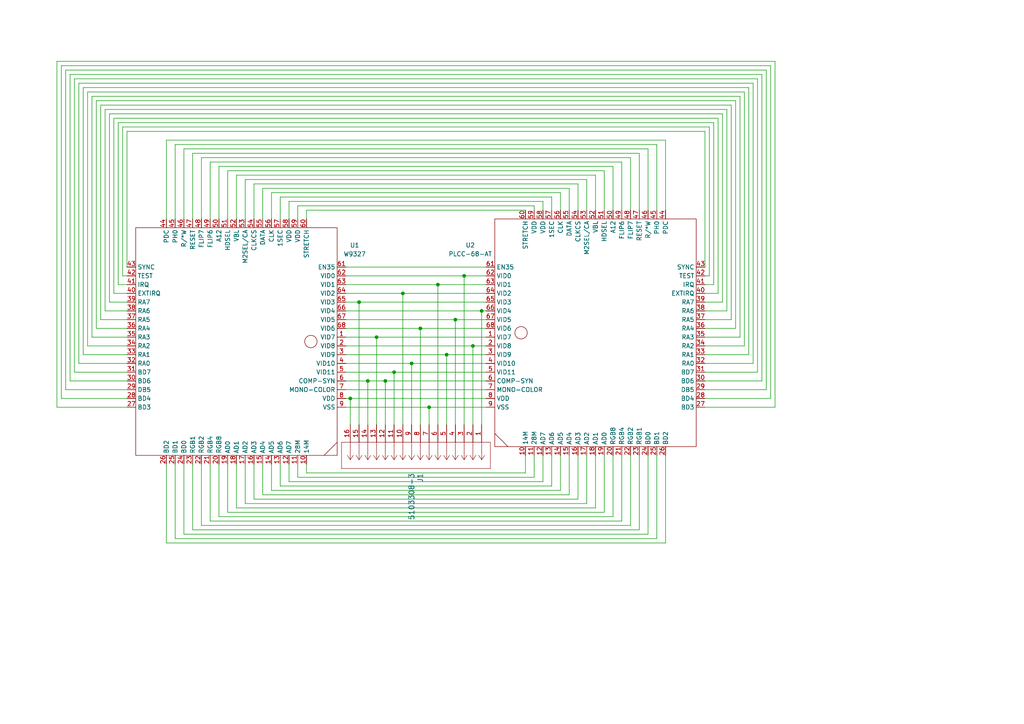
<source format=kicad_sch>
(kicad_sch (version 20231120) (generator "eeschema") (generator_version "8.0")
  (paper "A4")
  (lib_symbols
    (symbol "IIgsSymbols:5103308-3" (pin_names (offset 0.254))
      (property "Reference" "J" (at 8.89 6.35 0))
      (property "Value" "5103308-3" (at 0 0 0))
      (symbol "5103308-3_0_1"
        (polyline (pts (xy 5.08 -40.64) (xy 12.7 -40.64)) (stroke (width 0.127)))
        (polyline (pts (xy 5.08 2.54) (xy 5.08 -40.64)) (stroke (width 0.127)))
        (polyline (pts (xy 10.16 -38.1) (xy 5.08 -38.1)) (stroke (width 0.127)))
        (polyline (pts (xy 10.16 -38.1) (xy 8.89 -38.9467)) (stroke (width 0.127)))
        (polyline (pts (xy 10.16 -38.1) (xy 8.89 -37.2533)) (stroke (width 0.127)))
        (polyline (pts (xy 10.16 -35.56) (xy 5.08 -35.56)) (stroke (width 0.127)))
        (polyline (pts (xy 10.16 -35.56) (xy 8.89 -36.4067)) (stroke (width 0.127)))
        (polyline (pts (xy 10.16 -35.56) (xy 8.89 -34.7133)) (stroke (width 0.127)))
        (polyline (pts (xy 10.16 -33.02) (xy 5.08 -33.02)) (stroke (width 0.127)))
        (polyline (pts (xy 10.16 -33.02) (xy 8.89 -33.8667)) (stroke (width 0.127)))
        (polyline (pts (xy 10.16 -33.02) (xy 8.89 -32.1733)) (stroke (width 0.127)))
        (polyline (pts (xy 10.16 -30.48) (xy 5.08 -30.48)) (stroke (width 0.127)))
        (polyline (pts (xy 10.16 -30.48) (xy 8.89 -31.3267)) (stroke (width 0.127)))
        (polyline (pts (xy 10.16 -30.48) (xy 8.89 -29.6333)) (stroke (width 0.127)))
        (polyline (pts (xy 10.16 -27.94) (xy 5.08 -27.94)) (stroke (width 0.127)))
        (polyline (pts (xy 10.16 -27.94) (xy 8.89 -28.7867)) (stroke (width 0.127)))
        (polyline (pts (xy 10.16 -27.94) (xy 8.89 -27.0933)) (stroke (width 0.127)))
        (polyline (pts (xy 10.16 -25.4) (xy 5.08 -25.4)) (stroke (width 0.127)))
        (polyline (pts (xy 10.16 -25.4) (xy 8.89 -26.2467)) (stroke (width 0.127)))
        (polyline (pts (xy 10.16 -25.4) (xy 8.89 -24.5533)) (stroke (width 0.127)))
        (polyline (pts (xy 10.16 -22.86) (xy 5.08 -22.86)) (stroke (width 0.127)))
        (polyline (pts (xy 10.16 -22.86) (xy 8.89 -23.7067)) (stroke (width 0.127)))
        (polyline (pts (xy 10.16 -22.86) (xy 8.89 -22.0133)) (stroke (width 0.127)))
        (polyline (pts (xy 10.16 -20.32) (xy 5.08 -20.32)) (stroke (width 0.127)))
        (polyline (pts (xy 10.16 -20.32) (xy 8.89 -21.1667)) (stroke (width 0.127)))
        (polyline (pts (xy 10.16 -20.32) (xy 8.89 -19.4733)) (stroke (width 0.127)))
        (polyline (pts (xy 10.16 -17.78) (xy 5.08 -17.78)) (stroke (width 0.127)))
        (polyline (pts (xy 10.16 -17.78) (xy 8.89 -18.6267)) (stroke (width 0.127)))
        (polyline (pts (xy 10.16 -17.78) (xy 8.89 -16.9333)) (stroke (width 0.127)))
        (polyline (pts (xy 10.16 -15.24) (xy 5.08 -15.24)) (stroke (width 0.127)))
        (polyline (pts (xy 10.16 -15.24) (xy 8.89 -16.0867)) (stroke (width 0.127)))
        (polyline (pts (xy 10.16 -15.24) (xy 8.89 -14.3933)) (stroke (width 0.127)))
        (polyline (pts (xy 10.16 -12.7) (xy 5.08 -12.7)) (stroke (width 0.127)))
        (polyline (pts (xy 10.16 -12.7) (xy 8.89 -13.5467)) (stroke (width 0.127)))
        (polyline (pts (xy 10.16 -12.7) (xy 8.89 -11.8533)) (stroke (width 0.127)))
        (polyline (pts (xy 10.16 -10.16) (xy 5.08 -10.16)) (stroke (width 0.127)))
        (polyline (pts (xy 10.16 -10.16) (xy 8.89 -11.0067)) (stroke (width 0.127)))
        (polyline (pts (xy 10.16 -10.16) (xy 8.89 -9.3133)) (stroke (width 0.127)))
        (polyline (pts (xy 10.16 -7.62) (xy 5.08 -7.62)) (stroke (width 0.127)))
        (polyline (pts (xy 10.16 -7.62) (xy 8.89 -8.4667)) (stroke (width 0.127)))
        (polyline (pts (xy 10.16 -7.62) (xy 8.89 -6.7733)) (stroke (width 0.127)))
        (polyline (pts (xy 10.16 -5.08) (xy 5.08 -5.08)) (stroke (width 0.127)))
        (polyline (pts (xy 10.16 -5.08) (xy 8.89 -5.9267)) (stroke (width 0.127)))
        (polyline (pts (xy 10.16 -5.08) (xy 8.89 -4.2333)) (stroke (width 0.127)))
        (polyline (pts (xy 10.16 -2.54) (xy 5.08 -2.54)) (stroke (width 0.127)))
        (polyline (pts (xy 10.16 -2.54) (xy 8.89 -3.3867)) (stroke (width 0.127)))
        (polyline (pts (xy 10.16 -2.54) (xy 8.89 -1.6933)) (stroke (width 0.127)))
        (polyline (pts (xy 10.16 0) (xy 5.08 0)) (stroke (width 0.127)))
        (polyline (pts (xy 10.16 0) (xy 8.89 -0.8467)) (stroke (width 0.127)))
        (polyline (pts (xy 10.16 0) (xy 8.89 0.8467)) (stroke (width 0.127)))
        (polyline (pts (xy 12.7 -40.64) (xy 12.7 2.54)) (stroke (width 0.127)))
        (polyline (pts (xy 12.7 2.54) (xy 5.08 2.54)) (stroke (width 0.127)))
        (pin unspecified line (at 0 0 0) (length 5.08) (name "") (number "1"))
        (pin unspecified line (at 0 -22.86 0) (length 5.08) (name "") (number "10"))
        (pin unspecified line (at 0 -25.4 0) (length 5.08) (name "") (number "11"))
        (pin unspecified line (at 0 -27.94 0) (length 5.08) (name "") (number "12"))
        (pin unspecified line (at 0 -30.48 0) (length 5.08) (name "") (number "13"))
        (pin unspecified line (at 0 -33.02 0) (length 5.08) (name "") (number "14"))
        (pin unspecified line (at 0 -35.56 0) (length 5.08) (name "") (number "15"))
        (pin unspecified line (at 0 -38.1 0) (length 5.08) (name "") (number "16"))
        (pin unspecified line (at 0 -2.54 0) (length 5.08) (name "") (number "2"))
        (pin unspecified line (at 0 -5.08 0) (length 5.08) (name "") (number "3"))
        (pin unspecified line (at 0 -7.62 0) (length 5.08) (name "") (number "4"))
        (pin unspecified line (at 0 -10.16 0) (length 5.08) (name "") (number "5"))
        (pin unspecified line (at 0 -12.7 0) (length 5.08) (name "") (number "6"))
        (pin unspecified line (at 0 -15.24 0) (length 5.08) (name "") (number "7"))
        (pin unspecified line (at 0 -17.78 0) (length 5.08) (name "") (number "8"))
        (pin unspecified line (at 0 -20.32 0) (length 5.08) (name "") (number "9"))
      )
    )
    (symbol "IIgsSymbols:PLCC-86-AT"
      (property "Reference" "U" (at -2.286 -38.1 0))
      (property "Value" "PLCC-68-AT" (at 0 -34.036 0))
      (symbol "PLCC-86-AT_0_1"
        (rectangle (start -33.02 -5.08) (end 33.02 -63.5))
        (circle (center 0 -12.7) (radius 1.7961))
        (polyline (pts (xy -33.02 -8.89) (xy -29.21 -5.08)))
      )
      (symbol "PLCC-86-AT_1_1"
        (pin output line (at -1.27 -2.54 270) (length 2.54) (name "VID7") (number "1"))
        (pin output line (at -35.56 -13.97 0) (length 2.54) (name "14M") (number "10"))
        (pin output line (at -35.56 -16.51 0) (length 2.54) (name "28M") (number "11"))
        (pin output line (at -35.56 -19.05 0) (length 2.54) (name "AD7") (number "12"))
        (pin output line (at -35.56 -21.59 0) (length 2.54) (name "AD6") (number "13"))
        (pin output line (at -35.56 -24.13 0) (length 2.54) (name "AD5") (number "14"))
        (pin output line (at -35.56 -26.67 0) (length 2.54) (name "AD4") (number "15"))
        (pin output line (at -35.56 -29.21 0) (length 2.54) (name "AD3") (number "16"))
        (pin output line (at -35.56 -31.75 0) (length 2.54) (name "AD2") (number "17"))
        (pin output line (at -35.56 -34.29 0) (length 2.54) (name "AD1") (number "18"))
        (pin output line (at -35.56 -36.83 0) (length 2.54) (name "AD0") (number "19"))
        (pin output line (at -3.81 -2.54 270) (length 2.54) (name "VID8") (number "2"))
        (pin output line (at -35.56 -39.37 0) (length 2.54) (name "RGB8") (number "20"))
        (pin output line (at -35.56 -41.91 0) (length 2.54) (name "RGB4") (number "21"))
        (pin output line (at -35.56 -44.45 0) (length 2.54) (name "RGB2") (number "22"))
        (pin output line (at -35.56 -46.99 0) (length 2.54) (name "RGB1") (number "23"))
        (pin output line (at -35.56 -49.53 0) (length 2.54) (name "BD0") (number "24"))
        (pin output line (at -35.56 -52.07 0) (length 2.54) (name "BD1") (number "25"))
        (pin output line (at -35.56 -54.61 0) (length 2.54) (name "BD2") (number "26"))
        (pin output line (at -21.59 -66.04 90) (length 2.54) (name "BD3") (number "27"))
        (pin output line (at -19.05 -66.04 90) (length 2.54) (name "BD4") (number "28"))
        (pin output line (at -16.51 -66.04 90) (length 2.54) (name "DB5") (number "29"))
        (pin output line (at -6.35 -2.54 270) (length 2.54) (name "VID9") (number "3"))
        (pin output line (at -13.97 -66.04 90) (length 2.54) (name "BD6") (number "30"))
        (pin output line (at -11.43 -66.04 90) (length 2.54) (name "BD7") (number "31"))
        (pin output line (at -8.89 -66.04 90) (length 2.54) (name "RA0") (number "32"))
        (pin output line (at -6.35 -66.04 90) (length 2.54) (name "RA1") (number "33"))
        (pin output line (at -3.81 -66.04 90) (length 2.54) (name "RA2") (number "34"))
        (pin output line (at -1.27 -66.04 90) (length 2.54) (name "RA3") (number "35"))
        (pin output line (at 1.27 -66.04 90) (length 2.54) (name "RA4") (number "36"))
        (pin output line (at 3.81 -66.04 90) (length 2.54) (name "RA5") (number "37"))
        (pin output line (at 6.35 -66.04 90) (length 2.54) (name "RA6") (number "38"))
        (pin output line (at 8.89 -66.04 90) (length 2.54) (name "RA7") (number "39"))
        (pin output line (at -8.89 -2.54 270) (length 2.54) (name "VID10") (number "4"))
        (pin output line (at 11.43 -66.04 90) (length 2.54) (name "EXTIRQ") (number "40"))
        (pin output line (at 13.97 -66.04 90) (length 2.54) (name "IRQ") (number "41"))
        (pin output line (at 16.51 -66.04 90) (length 2.54) (name "TEST") (number "42"))
        (pin output line (at 19.05 -66.04 90) (length 2.54) (name "SYNC") (number "43"))
        (pin output line (at 35.56 -54.61 180) (length 2.54) (name "PDC") (number "44"))
        (pin output line (at 35.56 -52.07 180) (length 2.54) (name "PH0") (number "45"))
        (pin output line (at 35.56 -49.53 180) (length 2.54) (name "R/*W") (number "46"))
        (pin output line (at 35.56 -46.99 180) (length 2.54) (name "RESET") (number "47"))
        (pin output line (at 35.56 -44.45 180) (length 2.54) (name "FLIP7") (number "48"))
        (pin output line (at 35.56 -41.91 180) (length 2.54) (name "FLIP6") (number "49"))
        (pin output line (at -11.43 -2.54 270) (length 2.54) (name "VID11") (number "5"))
        (pin output line (at 35.56 -39.37 180) (length 2.54) (name "A12") (number "50"))
        (pin output line (at 35.56 -36.83 180) (length 2.54) (name "HDSEL") (number "51"))
        (pin output line (at 35.56 -34.29 180) (length 2.54) (name "VBL") (number "52"))
        (pin output line (at 35.56 -31.75 180) (length 2.54) (name "M2SEL/CA") (number "53"))
        (pin output line (at 35.56 -29.21 180) (length 2.54) (name "CLKCS") (number "54"))
        (pin output line (at 35.56 -26.67 180) (length 2.54) (name "DATA") (number "55"))
        (pin output line (at 35.56 -24.13 180) (length 2.54) (name "CLK") (number "56"))
        (pin output line (at 35.56 -21.59 180) (length 2.54) (name "1SEC") (number "57"))
        (pin output line (at 35.56 -19.05 180) (length 2.54) (name "VDD") (number "58"))
        (pin output line (at 35.56 -16.51 180) (length 2.54) (name "VDD") (number "59"))
        (pin output line (at -13.97 -2.54 270) (length 2.54) (name "COMP-SYN") (number "6"))
        (pin output line (at 35.56 -13.97 180) (length 2.54) (name "STRETCH") (number "60"))
        (pin output line (at 19.05 -2.54 270) (length 2.54) (name "EN35") (number "61"))
        (pin output line (at 16.51 -2.54 270) (length 2.54) (name "VID0") (number "62"))
        (pin output line (at 13.97 -2.54 270) (length 2.54) (name "VID1") (number "63"))
        (pin output line (at 11.43 -2.54 270) (length 2.54) (name "VID2") (number "64"))
        (pin output line (at 8.89 -2.54 270) (length 2.54) (name "VID3") (number "65"))
        (pin output line (at 6.35 -2.54 270) (length 2.54) (name "VID4") (number "66"))
        (pin output line (at 3.81 -2.54 270) (length 2.54) (name "VID5") (number "67"))
        (pin output line (at 1.27 -2.54 270) (length 2.54) (name "VID6") (number "68"))
        (pin output line (at -16.51 -2.54 270) (length 2.54) (name "MONO-COLOR") (number "7"))
        (pin power_in line (at -19.05 -2.54 270) (length 2.54) (name "VDD") (number "8"))
        (pin power_in line (at -21.59 -2.54 270) (length 2.54) (name "VSS") (number "9"))
      )
    )
    (symbol "IIgsSymbols:Winslow_W9327_68_Pin_Large_Footprint_PLCC_Plug"
      (property "Reference" "U" (at 2.286 -38.1 0))
      (property "Value" "W9327" (at 0 -34.036 0))
      (symbol "Winslow_W9327_68_Pin_Large_Footprint_PLCC_Plug_0_1"
        (rectangle (start -33.02 -63.5) (end 33.02 -5.08))
        (circle (center 0 -12.7) (radius 1.7961))
        (polyline (pts (xy 33.02 -8.89) (xy 29.21 -5.08)))
      )
      (symbol "Winslow_W9327_68_Pin_Large_Footprint_PLCC_Plug_1_1"
        (pin output line (at -1.27 -2.54 270) (length 2.54) (name "VID7") (number "1"))
        (pin output line (at 35.56 -13.97 180) (length 2.54) (name "14M") (number "10"))
        (pin output line (at 35.56 -16.51 180) (length 2.54) (name "28M") (number "11"))
        (pin output line (at 35.56 -19.05 180) (length 2.54) (name "AD7") (number "12"))
        (pin output line (at 35.56 -21.59 180) (length 2.54) (name "AD6") (number "13"))
        (pin output line (at 35.56 -24.13 180) (length 2.54) (name "AD5") (number "14"))
        (pin output line (at 35.56 -26.67 180) (length 2.54) (name "AD4") (number "15"))
        (pin output line (at 35.56 -29.21 180) (length 2.54) (name "AD3") (number "16"))
        (pin output line (at 35.56 -31.75 180) (length 2.54) (name "AD2") (number "17"))
        (pin output line (at 35.56 -34.29 180) (length 2.54) (name "AD1") (number "18"))
        (pin output line (at 35.56 -36.83 180) (length 2.54) (name "AD0") (number "19"))
        (pin output line (at 1.27 -2.54 270) (length 2.54) (name "VID8") (number "2"))
        (pin output line (at 35.56 -39.37 180) (length 2.54) (name "RGB8") (number "20"))
        (pin output line (at 35.56 -41.91 180) (length 2.54) (name "RGB4") (number "21"))
        (pin output line (at 35.56 -44.45 180) (length 2.54) (name "RGB2") (number "22"))
        (pin output line (at 35.56 -46.99 180) (length 2.54) (name "RGB1") (number "23"))
        (pin output line (at 35.56 -49.53 180) (length 2.54) (name "BD0") (number "24"))
        (pin output line (at 35.56 -52.07 180) (length 2.54) (name "BD1") (number "25"))
        (pin output line (at 35.56 -54.61 180) (length 2.54) (name "BD2") (number "26"))
        (pin output line (at 19.05 -66.04 90) (length 2.54) (name "BD3") (number "27"))
        (pin output line (at 16.51 -66.04 90) (length 2.54) (name "BD4") (number "28"))
        (pin output line (at 13.97 -66.04 90) (length 2.54) (name "DB5") (number "29"))
        (pin output line (at 3.81 -2.54 270) (length 2.54) (name "VID9") (number "3"))
        (pin output line (at 11.43 -66.04 90) (length 2.54) (name "BD6") (number "30"))
        (pin output line (at 8.89 -66.04 90) (length 2.54) (name "BD7") (number "31"))
        (pin output line (at 6.35 -66.04 90) (length 2.54) (name "RA0") (number "32"))
        (pin output line (at 3.81 -66.04 90) (length 2.54) (name "RA1") (number "33"))
        (pin output line (at 1.27 -66.04 90) (length 2.54) (name "RA2") (number "34"))
        (pin output line (at -1.27 -66.04 90) (length 2.54) (name "RA3") (number "35"))
        (pin output line (at -3.81 -66.04 90) (length 2.54) (name "RA4") (number "36"))
        (pin output line (at -6.35 -66.04 90) (length 2.54) (name "RA5") (number "37"))
        (pin output line (at -8.89 -66.04 90) (length 2.54) (name "RA6") (number "38"))
        (pin output line (at -11.43 -66.04 90) (length 2.54) (name "RA7") (number "39"))
        (pin output line (at 6.35 -2.54 270) (length 2.54) (name "VID10") (number "4"))
        (pin output line (at -13.97 -66.04 90) (length 2.54) (name "EXTIRQ") (number "40"))
        (pin output line (at -16.51 -66.04 90) (length 2.54) (name "IRQ") (number "41"))
        (pin output line (at -19.05 -66.04 90) (length 2.54) (name "TEST") (number "42"))
        (pin output line (at -21.59 -66.04 90) (length 2.54) (name "SYNC") (number "43"))
        (pin output line (at -35.56 -54.61 0) (length 2.54) (name "PDC") (number "44"))
        (pin output line (at -35.56 -52.07 0) (length 2.54) (name "PH0") (number "45"))
        (pin output line (at -35.56 -49.53 0) (length 2.54) (name "R/*W") (number "46"))
        (pin output line (at -35.56 -46.99 0) (length 2.54) (name "RESET") (number "47"))
        (pin output line (at -35.56 -44.45 0) (length 2.54) (name "FLIP7") (number "48"))
        (pin output line (at -35.56 -41.91 0) (length 2.54) (name "FLIP6") (number "49"))
        (pin output line (at 8.89 -2.54 270) (length 2.54) (name "VID11") (number "5"))
        (pin output line (at -35.56 -39.37 0) (length 2.54) (name "A12") (number "50"))
        (pin output line (at -35.56 -36.83 0) (length 2.54) (name "HDSEL") (number "51"))
        (pin output line (at -35.56 -34.29 0) (length 2.54) (name "VBL") (number "52"))
        (pin output line (at -35.56 -31.75 0) (length 2.54) (name "M2SEL/CA") (number "53"))
        (pin output line (at -35.56 -29.21 0) (length 2.54) (name "CLKCS") (number "54"))
        (pin output line (at -35.56 -26.67 0) (length 2.54) (name "DATA") (number "55"))
        (pin output line (at -35.56 -24.13 0) (length 2.54) (name "CLK") (number "56"))
        (pin output line (at -35.56 -21.59 0) (length 2.54) (name "1SEC") (number "57"))
        (pin output line (at -35.56 -19.05 0) (length 2.54) (name "VDD") (number "58"))
        (pin output line (at -35.56 -16.51 0) (length 2.54) (name "VDD") (number "59"))
        (pin output line (at 11.43 -2.54 270) (length 2.54) (name "COMP-SYN") (number "6"))
        (pin output line (at -35.56 -13.97 0) (length 2.54) (name "STRETCH") (number "60"))
        (pin output line (at -21.59 -2.54 270) (length 2.54) (name "EN35") (number "61"))
        (pin output line (at -19.05 -2.54 270) (length 2.54) (name "VID0") (number "62"))
        (pin output line (at -16.51 -2.54 270) (length 2.54) (name "VID1") (number "63"))
        (pin output line (at -13.97 -2.54 270) (length 2.54) (name "VID2") (number "64"))
        (pin output line (at -11.43 -2.54 270) (length 2.54) (name "VID3") (number "65"))
        (pin output line (at -8.89 -2.54 270) (length 2.54) (name "VID4") (number "66"))
        (pin output line (at -6.35 -2.54 270) (length 2.54) (name "VID5") (number "67"))
        (pin output line (at -3.81 -2.54 270) (length 2.54) (name "VID6") (number "68"))
        (pin output line (at 13.97 -2.54 270) (length 2.54) (name "MONO-COLOR") (number "7"))
        (pin power_in line (at 16.51 -2.54 270) (length 2.54) (name "VDD") (number "8"))
        (pin power_in line (at 19.05 -2.54 270) (length 2.54) (name "VSS") (number "9"))
      )
    )
  )
  (junction (at 104.14 87.63))
  (junction (at 139.7 90.17))
  (junction (at 109.22 97.79))
  (junction (at 121.92 95.25))
  (junction (at 111.76 110.49))
  (junction (at 137.16 100.33))
  (junction (at 119.38 105.41))
  (junction (at 114.3 107.95))
  (junction (at 134.62 80.01))
  (junction (at 101.6 115.57))
  (junction (at 116.84 85.09))
  (junction (at 132.08 92.71))
  (junction (at 106.68 110.49))
  (junction (at 129.54 102.87))
  (junction (at 124.46 118.11))
  (junction (at 127 82.55))
  (wire (pts (xy 71.12 63.5) (xy 71.12 52.07)))
  (wire (pts (xy 33.02 34.29) (xy 33.02 85.09)))
  (wire (pts (xy 78.74 63.5) (xy 78.74 55.88)))
  (wire (pts (xy 34.29 82.55) (xy 34.29 35.56)))
  (wire (pts (xy 83.82 58.42) (xy 157.48 58.42)))
  (wire (pts (xy 83.82 63.5) (xy 83.82 58.42)))
  (wire (pts (xy 50.8 41.91) (xy 190.5 41.91)))
  (wire (pts (xy 81.28 57.15) (xy 160.02 57.15)))
  (wire (pts (xy 193.04 40.64) (xy 193.04 60.96)))
  (wire (pts (xy 129.54 102.87) (xy 129.54 123.19)))
  (wire (pts (xy 205.74 36.83) (xy 35.56 36.83)))
  (wire (pts (xy 177.8 149.86) (xy 177.8 132.08)))
  (wire (pts (xy 182.88 132.08) (xy 182.88 152.4)))
  (wire (pts (xy 71.12 52.07) (xy 170.18 52.07)))
  (wire (pts (xy 208.28 34.29) (xy 33.02 34.29)))
  (wire (pts (xy 207.01 35.56) (xy 207.01 82.55)))
  (wire (pts (xy 218.44 24.13) (xy 218.44 105.41)))
  (wire (pts (xy 185.42 44.45) (xy 185.42 60.96)))
  (wire (pts (xy 204.47 87.63) (xy 209.55 87.63)))
  (wire (pts (xy 139.7 90.17) (xy 139.7 123.19)))
  (wire (pts (xy 63.5 63.5) (xy 63.5 48.26)))
  (wire (pts (xy 137.16 100.33) (xy 140.97 100.33)))
  (wire (pts (xy 185.42 153.67) (xy 185.42 132.08)))
  (wire (pts (xy 204.47 97.79) (xy 214.63 97.79)))
  (wire (pts (xy 132.08 92.71) (xy 140.97 92.71)))
  (wire (pts (xy 100.33 87.63) (xy 104.14 87.63)))
  (wire (pts (xy 55.88 63.5) (xy 55.88 44.45)))
  (wire (pts (xy 16.51 17.78) (xy 16.51 118.11)))
  (wire (pts (xy 204.47 77.47) (xy 204.47 38.1)))
  (wire (pts (xy 66.04 148.59) (xy 175.26 148.59)))
  (wire (pts (xy 180.34 46.99) (xy 180.34 60.96)))
  (wire (pts (xy 17.78 19.05) (xy 223.52 19.05)))
  (wire (pts (xy 222.25 113.03) (xy 222.25 20.32)))
  (wire (pts (xy 182.88 45.72) (xy 182.88 60.96)))
  (wire (pts (xy 20.32 21.59) (xy 20.32 110.49)))
  (wire (pts (xy 36.83 38.1) (xy 36.83 77.47)))
  (wire (pts (xy 34.29 35.56) (xy 207.01 35.56)))
  (wire (pts (xy 219.71 22.86) (xy 219.71 107.95)))
  (wire (pts (xy 36.83 82.55) (xy 34.29 82.55)))
  (wire (pts (xy 25.4 26.67) (xy 215.9 26.67)))
  (wire (pts (xy 134.62 80.01) (xy 140.97 80.01)))
  (wire (pts (xy 210.82 31.75) (xy 210.82 90.17)))
  (wire (pts (xy 167.64 53.34) (xy 167.64 60.96)))
  (wire (pts (xy 187.96 154.94) (xy 187.96 132.08)))
  (wire (pts (xy 121.92 95.25) (xy 140.97 95.25)))
  (wire (pts (xy 83.82 139.7) (xy 157.48 139.7)))
  (wire (pts (xy 63.5 48.26) (xy 177.8 48.26)))
  (wire (pts (xy 68.58 134.62) (xy 68.58 147.32)))
  (wire (pts (xy 124.46 118.11) (xy 140.97 118.11)))
  (wire (pts (xy 152.4 137.16) (xy 152.4 132.08)))
  (wire (pts (xy 73.66 144.78) (xy 167.64 144.78)))
  (wire (pts (xy 222.25 20.32) (xy 19.05 20.32)))
  (wire (pts (xy 22.86 105.41) (xy 22.86 24.13)))
  (wire (pts (xy 36.83 90.17) (xy 30.48 90.17)))
  (wire (pts (xy 223.52 19.05) (xy 223.52 115.57)))
  (wire (pts (xy 100.33 113.03) (xy 140.97 113.03)))
  (wire (pts (xy 30.48 90.17) (xy 30.48 31.75)))
  (wire (pts (xy 119.38 105.41) (xy 140.97 105.41)))
  (wire (pts (xy 100.33 90.17) (xy 139.7 90.17)))
  (wire (pts (xy 60.96 134.62) (xy 60.96 151.13)))
  (wire (pts (xy 101.6 115.57) (xy 101.6 123.19)))
  (wire (pts (xy 109.22 97.79) (xy 140.97 97.79)))
  (wire (pts (xy 214.63 27.94) (xy 26.67 27.94)))
  (wire (pts (xy 76.2 63.5) (xy 76.2 54.61)))
  (wire (pts (xy 78.74 55.88) (xy 162.56 55.88)))
  (wire (pts (xy 224.79 118.11) (xy 224.79 17.78)))
  (wire (pts (xy 16.51 118.11) (xy 36.83 118.11)))
  (wire (pts (xy 193.04 157.48) (xy 193.04 132.08)))
  (wire (pts (xy 58.42 63.5) (xy 58.42 45.72)))
  (wire (pts (xy 106.68 110.49) (xy 106.68 123.19)))
  (wire (pts (xy 68.58 63.5) (xy 68.58 50.8)))
  (wire (pts (xy 48.26 40.64) (xy 193.04 40.64)))
  (wire (pts (xy 101.6 115.57) (xy 140.97 115.57)))
  (wire (pts (xy 50.8 63.5) (xy 50.8 41.91)))
  (wire (pts (xy 71.12 134.62) (xy 71.12 146.05)))
  (wire (pts (xy 100.33 107.95) (xy 114.3 107.95)))
  (wire (pts (xy 157.48 58.42) (xy 157.48 60.96)))
  (wire (pts (xy 68.58 147.32) (xy 172.72 147.32)))
  (wire (pts (xy 83.82 134.62) (xy 83.82 139.7)))
  (wire (pts (xy 162.56 142.24) (xy 162.56 132.08)))
  (wire (pts (xy 177.8 48.26) (xy 177.8 60.96)))
  (wire (pts (xy 172.72 50.8) (xy 172.72 60.96)))
  (wire (pts (xy 127 82.55) (xy 127 123.19)))
  (wire (pts (xy 81.28 134.62) (xy 81.28 140.97)))
  (wire (pts (xy 106.68 110.49) (xy 111.76 110.49)))
  (wire (pts (xy 100.33 115.57) (xy 101.6 115.57)))
  (wire (pts (xy 204.47 92.71) (xy 212.09 92.71)))
  (wire (pts (xy 100.33 85.09) (xy 116.84 85.09)))
  (wire (pts (xy 154.94 138.43) (xy 154.94 132.08)))
  (wire (pts (xy 111.76 110.49) (xy 140.97 110.49)))
  (wire (pts (xy 50.8 156.21) (xy 190.5 156.21)))
  (wire (pts (xy 224.79 17.78) (xy 16.51 17.78)))
  (wire (pts (xy 24.13 102.87) (xy 36.83 102.87)))
  (wire (pts (xy 36.83 100.33) (xy 25.4 100.33)))
  (wire (pts (xy 160.02 57.15) (xy 160.02 60.96)))
  (wire (pts (xy 19.05 20.32) (xy 19.05 113.03)))
  (wire (pts (xy 55.88 134.62) (xy 55.88 153.67)))
  (wire (pts (xy 214.63 97.79) (xy 214.63 27.94)))
  (wire (pts (xy 175.26 148.59) (xy 175.26 132.08)))
  (wire (pts (xy 204.47 38.1) (xy 36.83 38.1)))
  (wire (pts (xy 217.17 25.4) (xy 24.13 25.4)))
  (wire (pts (xy 68.58 50.8) (xy 172.72 50.8)))
  (wire (pts (xy 205.74 80.01) (xy 205.74 36.83)))
  (wire (pts (xy 27.94 29.21) (xy 213.36 29.21)))
  (wire (pts (xy 73.66 134.62) (xy 73.66 144.78)))
  (wire (pts (xy 26.67 97.79) (xy 36.83 97.79)))
  (wire (pts (xy 167.64 144.78) (xy 167.64 132.08)))
  (wire (pts (xy 100.33 102.87) (xy 129.54 102.87)))
  (wire (pts (xy 119.38 105.41) (xy 119.38 123.19)))
  (wire (pts (xy 55.88 153.67) (xy 185.42 153.67)))
  (wire (pts (xy 204.47 105.41) (xy 218.44 105.41)))
  (wire (pts (xy 100.33 118.11) (xy 124.46 118.11)))
  (wire (pts (xy 204.47 102.87) (xy 217.17 102.87)))
  (wire (pts (xy 73.66 53.34) (xy 167.64 53.34)))
  (wire (pts (xy 124.46 118.11) (xy 124.46 123.19)))
  (wire (pts (xy 36.83 105.41) (xy 22.86 105.41)))
  (wire (pts (xy 154.94 59.69) (xy 154.94 60.96)))
  (wire (pts (xy 204.47 80.01) (xy 205.74 80.01)))
  (wire (pts (xy 162.56 55.88) (xy 162.56 60.96)))
  (wire (pts (xy 76.2 54.61) (xy 165.1 54.61)))
  (wire (pts (xy 73.66 63.5) (xy 73.66 53.34)))
  (wire (pts (xy 31.75 33.02) (xy 209.55 33.02)))
  (wire (pts (xy 66.04 49.53) (xy 175.26 49.53)))
  (wire (pts (xy 180.34 151.13) (xy 180.34 132.08)))
  (wire (pts (xy 170.18 146.05) (xy 170.18 132.08)))
  (wire (pts (xy 53.34 63.5) (xy 53.34 43.18)))
  (wire (pts (xy 29.21 30.48) (xy 29.21 92.71)))
  (wire (pts (xy 172.72 132.08) (xy 172.72 147.32)))
  (wire (pts (xy 88.9 137.16) (xy 152.4 137.16)))
  (wire (pts (xy 81.28 63.5) (xy 81.28 57.15)))
  (wire (pts (xy 24.13 25.4) (xy 24.13 102.87)))
  (wire (pts (xy 36.83 115.57) (xy 17.78 115.57)))
  (wire (pts (xy 58.42 134.62) (xy 58.42 152.4)))
  (wire (pts (xy 58.42 152.4) (xy 182.88 152.4)))
  (wire (pts (xy 204.47 90.17) (xy 210.82 90.17)))
  (wire (pts (xy 27.94 95.25) (xy 27.94 29.21)))
  (wire (pts (xy 104.14 87.63) (xy 140.97 87.63)))
  (wire (pts (xy 26.67 27.94) (xy 26.67 97.79)))
  (wire (pts (xy 20.32 110.49) (xy 36.83 110.49)))
  (wire (pts (xy 100.33 97.79) (xy 109.22 97.79)))
  (wire (pts (xy 100.33 77.47) (xy 140.97 77.47)))
  (wire (pts (xy 217.17 102.87) (xy 217.17 25.4)))
  (wire (pts (xy 31.75 87.63) (xy 31.75 33.02)))
  (wire (pts (xy 29.21 92.71) (xy 36.83 92.71)))
  (wire (pts (xy 35.56 36.83) (xy 35.56 80.01)))
  (wire (pts (xy 219.71 107.95) (xy 204.47 107.95)))
  (wire (pts (xy 100.33 92.71) (xy 132.08 92.71)))
  (wire (pts (xy 71.12 146.05) (xy 170.18 146.05)))
  (wire (pts (xy 213.36 95.25) (xy 204.47 95.25)))
  (wire (pts (xy 215.9 26.67) (xy 215.9 100.33)))
  (wire (pts (xy 21.59 107.95) (xy 21.59 22.86)))
  (wire (pts (xy 157.48 139.7) (xy 157.48 132.08)))
  (wire (pts (xy 116.84 85.09) (xy 116.84 123.19)))
  (wire (pts (xy 100.33 110.49) (xy 106.68 110.49)))
  (wire (pts (xy 134.62 80.01) (xy 134.62 123.19)))
  (wire (pts (xy 170.18 52.07) (xy 170.18 60.96)))
  (wire (pts (xy 209.55 33.02) (xy 209.55 87.63)))
  (wire (pts (xy 17.78 115.57) (xy 17.78 19.05)))
  (wire (pts (xy 204.47 118.11) (xy 224.79 118.11)))
  (wire (pts (xy 36.83 87.63) (xy 31.75 87.63)))
  (wire (pts (xy 190.5 41.91) (xy 190.5 60.96)))
  (wire (pts (xy 223.52 115.57) (xy 204.47 115.57)))
  (wire (pts (xy 100.33 80.01) (xy 134.62 80.01)))
  (wire (pts (xy 58.42 45.72) (xy 182.88 45.72)))
  (wire (pts (xy 48.26 134.62) (xy 48.26 157.48)))
  (wire (pts (xy 63.5 149.86) (xy 177.8 149.86)))
  (wire (pts (xy 137.16 100.33) (xy 137.16 123.19)))
  (wire (pts (xy 204.47 82.55) (xy 207.01 82.55)))
  (wire (pts (xy 100.33 82.55) (xy 127 82.55)))
  (wire (pts (xy 204.47 110.49) (xy 220.98 110.49)))
  (wire (pts (xy 88.9 60.96) (xy 152.4 60.96)))
  (wire (pts (xy 86.36 138.43) (xy 154.94 138.43)))
  (wire (pts (xy 160.02 132.08) (xy 160.02 140.97)))
  (wire (pts (xy 109.22 97.79) (xy 109.22 123.19)))
  (wire (pts (xy 86.36 134.62) (xy 86.36 138.43)))
  (wire (pts (xy 88.9 134.62) (xy 88.9 137.16)))
  (wire (pts (xy 111.76 110.49) (xy 111.76 123.19)))
  (wire (pts (xy 220.98 110.49) (xy 220.98 21.59)))
  (wire (pts (xy 22.86 24.13) (xy 218.44 24.13)))
  (wire (pts (xy 190.5 156.21) (xy 190.5 132.08)))
  (wire (pts (xy 19.05 113.03) (xy 36.83 113.03)))
  (wire (pts (xy 53.34 154.94) (xy 187.96 154.94)))
  (wire (pts (xy 53.34 43.18) (xy 187.96 43.18)))
  (wire (pts (xy 132.08 92.71) (xy 132.08 123.19)))
  (wire (pts (xy 114.3 107.95) (xy 114.3 123.19)))
  (wire (pts (xy 66.04 134.62) (xy 66.04 148.59)))
  (wire (pts (xy 187.96 43.18) (xy 187.96 60.96)))
  (wire (pts (xy 50.8 134.62) (xy 50.8 156.21)))
  (wire (pts (xy 212.09 30.48) (xy 29.21 30.48)))
  (wire (pts (xy 76.2 143.51) (xy 165.1 143.51)))
  (wire (pts (xy 114.3 107.95) (xy 140.97 107.95)))
  (wire (pts (xy 104.14 87.63) (xy 104.14 123.19)))
  (wire (pts (xy 76.2 134.62) (xy 76.2 143.51)))
  (wire (pts (xy 121.92 95.25) (xy 121.92 123.19)))
  (wire (pts (xy 175.26 49.53) (xy 175.26 60.96)))
  (wire (pts (xy 204.47 85.09) (xy 208.28 85.09)))
  (wire (pts (xy 88.9 63.5) (xy 88.9 60.96)))
  (wire (pts (xy 78.74 142.24) (xy 162.56 142.24)))
  (wire (pts (xy 35.56 80.01) (xy 36.83 80.01)))
  (wire (pts (xy 48.26 63.5) (xy 48.26 40.64)))
  (wire (pts (xy 100.33 105.41) (xy 119.38 105.41)))
  (wire (pts (xy 36.83 107.95) (xy 21.59 107.95)))
  (wire (pts (xy 204.47 113.03) (xy 222.25 113.03)))
  (wire (pts (xy 86.36 63.5) (xy 86.36 59.69)))
  (wire (pts (xy 127 82.55) (xy 140.97 82.55)))
  (wire (pts (xy 204.47 100.33) (xy 215.9 100.33)))
  (wire (pts (xy 213.36 29.21) (xy 213.36 95.25)))
  (wire (pts (xy 36.83 95.25) (xy 27.94 95.25)))
  (wire (pts (xy 21.59 22.86) (xy 219.71 22.86)))
  (wire (pts (xy 116.84 85.09) (xy 140.97 85.09)))
  (wire (pts (xy 55.88 44.45) (xy 185.42 44.45)))
  (wire (pts (xy 208.28 85.09) (xy 208.28 34.29)))
  (wire (pts (xy 25.4 100.33) (xy 25.4 26.67)))
  (wire (pts (xy 60.96 63.5) (xy 60.96 46.99)))
  (wire (pts (xy 60.96 151.13) (xy 180.34 151.13)))
  (wire (pts (xy 30.48 31.75) (xy 210.82 31.75)))
  (wire (pts (xy 78.74 134.62) (xy 78.74 142.24)))
  (wire (pts (xy 165.1 54.61) (xy 165.1 60.96)))
  (wire (pts (xy 33.02 85.09) (xy 36.83 85.09)))
  (wire (pts (xy 100.33 95.25) (xy 121.92 95.25)))
  (wire (pts (xy 60.96 46.99) (xy 180.34 46.99)))
  (wire (pts (xy 66.04 63.5) (xy 66.04 49.53)))
  (wire (pts (xy 63.5 134.62) (xy 63.5 149.86)))
  (wire (pts (xy 139.7 90.17) (xy 140.97 90.17)))
  (wire (pts (xy 165.1 143.51) (xy 165.1 132.08)))
  (wire (pts (xy 48.26 157.48) (xy 193.04 157.48)))
  (wire (pts (xy 86.36 59.69) (xy 154.94 59.69)))
  (wire (pts (xy 212.09 92.71) (xy 212.09 30.48)))
  (wire (pts (xy 129.54 102.87) (xy 140.97 102.87)))
  (wire (pts (xy 53.34 134.62) (xy 53.34 154.94)))
  (wire (pts (xy 100.33 100.33) (xy 137.16 100.33)))
  (wire (pts (xy 81.28 140.97) (xy 160.02 140.97)))
  (wire (pts (xy 220.98 21.59) (xy 20.32 21.59)))
  (symbol (lib_id "IIgsSymbols:Winslow_W9327_68_Pin_Large_Footprint_PLCC_Plug") (at 102.87 99.06 270) (unit 1)
    (property "Reference" "U1" (at 102.87 71.1514 90))
    (property "Value" "W9327" (at 102.87 73.6914 90))
    (property "Footprint" "IIgsFootprints:Winslow W9327" (effects (hide yes)))
    (property "Datasheet" "https://warwickts.com/4405/W9327-68-Way-PLCC-Plug" (effects (hide yes)))
    (property "Description" "The W9327 is a Large Footprint Surface-Mount PLCC Plug that features 68 pins. These connectors are typically mounted by hand and wave soldering processes. However these connectors can also be mounted by reflow." (effects (hide yes)))
  )
  (symbol (lib_id "IIgsSymbols:PLCC-86-AT") (at 138.43 96.52 90) (unit 1)
    (property "Reference" "U2" (at 136.398 71.12 90))
    (property "Value" "PLCC-68-AT" (at 136.398 73.66 90))
    (property "Footprint" "IIgsFootprints:PLCC-68-AT" (effects (hide yes)))
    (property "Datasheet" "https://app.adam-tech.com/products/download/data_sheet/198229/plcc-68-at-data-sheet.pdf" (effects (hide yes)))
    (property "Description" "PLCC 68 PIN Socket" (effects (hide yes)))
    (property "Category" "Chip Carrier Sockets" (effects (hide yes)))
    (property "Plating" "Tin" (effects (hide yes)))
    (property "Mounting" "Through Hole" (effects (hide yes)))
    (property "Contact Positions" "68" (effects (hide yes)))
  )
  (symbol (lib_id "IIgsSymbols:5103308-3") (at 139.7 123.19 270) (unit 1)
    (property "Reference" "J1" (at 121.9201 137.16 0) (effects (font (size 1.524 1.524)) (justify left)))
    (property "Value" "5103308-3" (at 119.3801 137.16 0) (effects (font (size 1.524 1.524)) (justify left)))
    (property "Footprint" "IIgsFootprints:con16_2X8_S4_TEC" (effects (hide yes)))
    (property "Datasheet" "5103308-3" (effects (hide yes)))
  )
)
</source>
